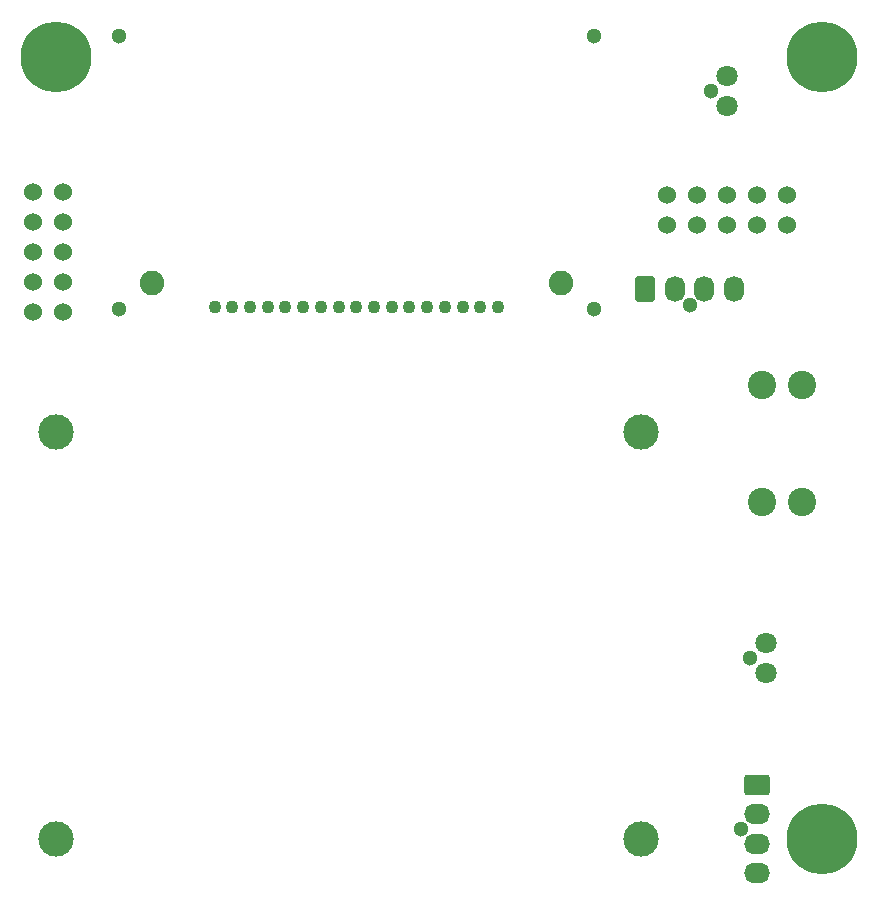
<source format=gbr>
%TF.GenerationSoftware,KiCad,Pcbnew,9.0.4*%
%TF.CreationDate,2025-10-13T22:12:45-05:00*%
%TF.ProjectId,PS-ChargerInterfacePCB,50532d43-6861-4726-9765-72496e746572,rev?*%
%TF.SameCoordinates,Original*%
%TF.FileFunction,Soldermask,Bot*%
%TF.FilePolarity,Negative*%
%FSLAX46Y46*%
G04 Gerber Fmt 4.6, Leading zero omitted, Abs format (unit mm)*
G04 Created by KiCad (PCBNEW 9.0.4) date 2025-10-13 22:12:45*
%MOMM*%
%LPD*%
G01*
G04 APERTURE LIST*
G04 Aperture macros list*
%AMRoundRect*
0 Rectangle with rounded corners*
0 $1 Rounding radius*
0 $2 $3 $4 $5 $6 $7 $8 $9 X,Y pos of 4 corners*
0 Add a 4 corners polygon primitive as box body*
4,1,4,$2,$3,$4,$5,$6,$7,$8,$9,$2,$3,0*
0 Add four circle primitives for the rounded corners*
1,1,$1+$1,$2,$3*
1,1,$1+$1,$4,$5*
1,1,$1+$1,$6,$7*
1,1,$1+$1,$8,$9*
0 Add four rect primitives between the rounded corners*
20,1,$1+$1,$2,$3,$4,$5,0*
20,1,$1+$1,$4,$5,$6,$7,0*
20,1,$1+$1,$6,$7,$8,$9,0*
20,1,$1+$1,$8,$9,$2,$3,0*%
G04 Aperture macros list end*
%ADD10C,3.000000*%
%ADD11C,1.300000*%
%ADD12C,1.800000*%
%ADD13RoundRect,0.250000X-0.850000X-0.600000X0.850000X-0.600000X0.850000X0.600000X-0.850000X0.600000X0*%
%ADD14O,2.200000X1.700000*%
%ADD15C,3.400000*%
%ADD16C,6.000000*%
%ADD17C,1.524000*%
%ADD18C,2.400000*%
%ADD19C,1.100000*%
%ADD20C,2.085000*%
%ADD21RoundRect,0.250000X0.600000X-0.850000X0.600000X0.850000X-0.600000X0.850000X-0.600000X-0.850000X0*%
%ADD22O,1.700000X2.200000*%
G04 APERTURE END LIST*
D10*
%TO.C,U1*%
X67600000Y-77100000D03*
X67600000Y-111600000D03*
X117100000Y-77100000D03*
X117100000Y-111600000D03*
%TD*%
D11*
%TO.C,J5*%
X123060000Y-48250000D03*
D12*
X124400000Y-47000000D03*
X124400000Y-49500000D03*
%TD*%
D11*
%TO.C,J1*%
X125560000Y-110750000D03*
D13*
X126900000Y-107000000D03*
D14*
X126900000Y-109500000D03*
X126900000Y-112000000D03*
X126900000Y-114500000D03*
%TD*%
D15*
%TO.C,H1*%
X67600000Y-45400000D03*
D16*
X67600000Y-45400000D03*
%TD*%
D17*
%TO.C,J2*%
X119260000Y-57060000D03*
X119260000Y-59600000D03*
X121800000Y-57060000D03*
X121800000Y-59600000D03*
X124340000Y-57060000D03*
X124340000Y-59600000D03*
X126880000Y-57060000D03*
X126880000Y-59600000D03*
X129420000Y-57060000D03*
X129420000Y-59600000D03*
%TD*%
D11*
%TO.C,J6*%
X126315000Y-96250000D03*
D12*
X127655000Y-95000000D03*
X127655000Y-97500000D03*
%TD*%
D15*
%TO.C,H2*%
X132400000Y-45400000D03*
D16*
X132400000Y-45400000D03*
%TD*%
D18*
%TO.C,U2*%
X130730100Y-83064670D03*
X127330100Y-83064670D03*
X130730100Y-73144670D03*
X127330100Y-73144670D03*
%TD*%
D17*
%TO.C,J4*%
X68140000Y-56840000D03*
X65600000Y-56840000D03*
X68140000Y-59380000D03*
X65600000Y-59380000D03*
X68140000Y-61920000D03*
X65600000Y-61920000D03*
X68140000Y-64460000D03*
X65600000Y-64460000D03*
X68140000Y-67000000D03*
X65600000Y-67000000D03*
%TD*%
D19*
%TO.C,DS1*%
X81000000Y-66550000D03*
X82500000Y-66550000D03*
X84000000Y-66550000D03*
X85500000Y-66550000D03*
X87000000Y-66550000D03*
X88500000Y-66550000D03*
X90000000Y-66550000D03*
X91500000Y-66550000D03*
X93000000Y-66550000D03*
X94500000Y-66550000D03*
X96000000Y-66550000D03*
X97500000Y-66550000D03*
X99000000Y-66550000D03*
X100500000Y-66550000D03*
X102000000Y-66550000D03*
X103500000Y-66550000D03*
X105000000Y-66550000D03*
D20*
X75700000Y-64510000D03*
X110300000Y-64510000D03*
D11*
X72900000Y-66700000D03*
X113100000Y-66700000D03*
X113100000Y-43600000D03*
X72900000Y-43600000D03*
%TD*%
D15*
%TO.C,H3*%
X132400000Y-111600000D03*
D16*
X132400000Y-111600000D03*
%TD*%
D11*
%TO.C,J3*%
X121225000Y-66385000D03*
D21*
X117475000Y-65045000D03*
D22*
X119975000Y-65045000D03*
X122475000Y-65045000D03*
X124975000Y-65045000D03*
%TD*%
M02*

</source>
